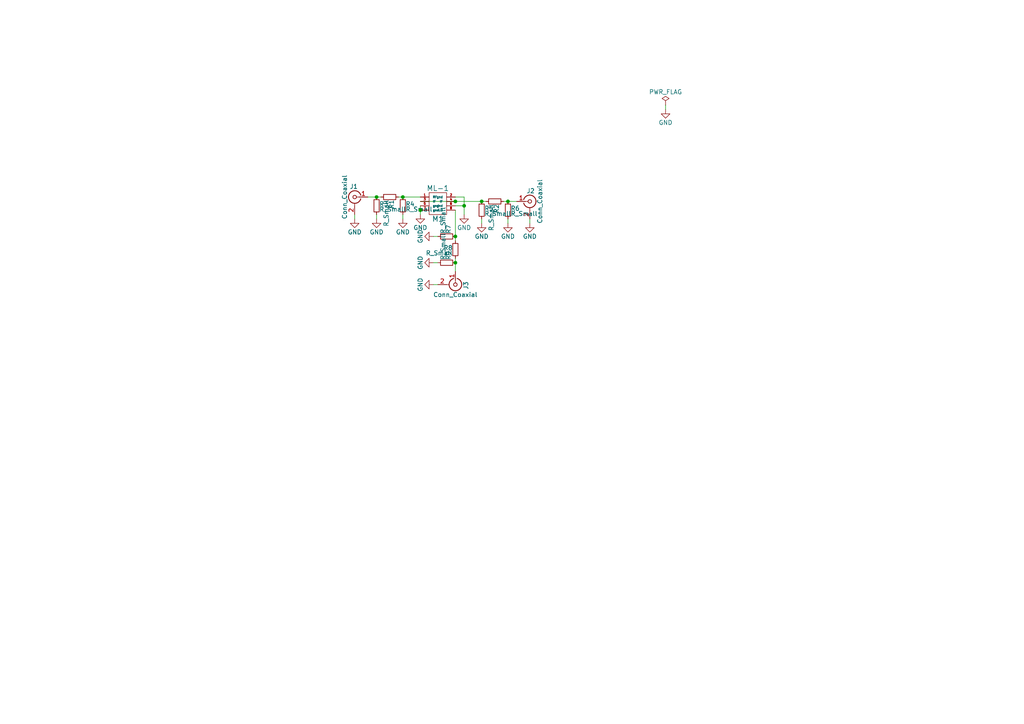
<source format=kicad_sch>
(kicad_sch (version 20230121) (generator eeschema)
  (paper "A4")
  (lib_symbols
    (symbol "Mixer-rescue:Conn_Coaxial" (pin_names (offset 1.016) hide)
      (property "Reference" "J" (at 0.254 3.048 0))
      (property "Value" "Conn_Coaxial" (at 2.921 0 90))
      (symbol "Conn_Coaxial_0_1"
        (arc (start -1.778 -0.508) (mid 0.2311 -1.8066) (end 1.778 0) (stroke (width 0.254)))
        (polyline (pts (xy -1.27 0) (xy -0.508 0)))
        (polyline (pts (xy 0 -2.54) (xy 0 -1.778)))
        (circle (center 0 0) (radius 0.508) (stroke (width 0.2032)))
        (arc (start 1.778 0) (mid 0.2099 1.8101) (end -1.778 0.508) (stroke (width 0.254)))
      )
      (symbol "Conn_Coaxial_1_1"
        (pin passive line (at -3.81 0 0) (length 2.54) (name "In") (number "1"))
        (pin passive line (at 0 -5.08 90) (length 2.54) (name "Ext") (number "2"))
      )
    )
    (symbol "Mixer-rescue:GND" (power) (pin_numbers hide) (pin_names (offset 0) hide)
      (property "Value" "GND" (at 0 -3.81 0))
      (symbol "GND_0_1"
        (polyline (pts (xy 0 0) (xy 0 -1.27) (xy 1.27 -1.27) (xy 0 -2.54) (xy -1.27 -1.27) (xy 0 -1.27)))
      )
      (symbol "GND_1_1"
        (pin power_in line (at 0 0 270) (length 0) hide (name "GND") (number "1"))
      )
    )
    (symbol "Mixer-rescue:ML-1" (pin_names (offset 1.016))
      (property "Reference" "M" (at 0 -3.81 0))
      (property "Value" "ML-1" (at 0 5.08 0))
      (symbol "ML-1_0_1"
        (rectangle (start -2.54 3.81) (end 2.54 -2.54))
      )
      (symbol "ML-1_1_1"
        (pin input line (at -5.08 2.54 0) (length 2.54) (name "RF") (number "1"))
        (pin input line (at 5.08 2.54 180) (length 2.54) (name "gnd") (number "2"))
        (pin input line (at -5.08 1.27 0) (length 2.54) (name "IF") (number "3"))
        (pin input line (at 5.08 1.27 180) (length 2.54) (name "IF") (number "4"))
        (pin input line (at -5.08 0 0) (length 2.54) (name "gnd") (number "5"))
        (pin input line (at 5.08 0 180) (length 2.54) (name "gnd") (number "6"))
        (pin input line (at -5.08 -1.27 0) (length 2.54) (name "gnd") (number "7"))
        (pin input line (at 5.08 -1.27 180) (length 2.54) (name "LO") (number "8"))
      )
    )
    (symbol "Mixer-rescue:PWR_FLAG" (power) (pin_numbers hide) (pin_names (offset 0) hide)
      (property "Value" "PWR_FLAG" (at 0 3.81 0))
      (symbol "PWR_FLAG_0_0"
        (pin power_out line (at 0 0 90) (length 0) (name "pwr") (number "1"))
      )
      (symbol "PWR_FLAG_0_1"
        (polyline (pts (xy 0 0) (xy 0 1.27) (xy -1.016 1.905) (xy 0 2.54) (xy 1.016 1.905) (xy 0 1.27)))
      )
    )
    (symbol "Mixer-rescue:R_Small" (pin_numbers hide) (pin_names (offset 0.254) hide)
      (property "Reference" "R" (at 0.762 0.508 0))
      (property "Value" "R_Small" (at 0.762 -1.016 0))
      (symbol "R_Small_0_1"
        (rectangle (start -0.762 1.778) (end 0.762 -1.778) (stroke (width 0.2032)))
      )
      (symbol "R_Small_1_1"
        (pin passive line (at 0 2.54 270) (length 0.762) (name "~") (number "1"))
        (pin passive line (at 0 -2.54 90) (length 0.762) (name "~") (number "2"))
      )
    )
  )
  (junction (at 147.32 58.42))
  (junction (at 132.08 76.2))
  (junction (at 134.62 59.69))
  (junction (at 121.92 60.96))
  (junction (at 139.7 58.42))
  (junction (at 109.22 57.15))
  (junction (at 132.08 68.58))
  (junction (at 116.84 57.15))
  (junction (at 132.08 58.42))
  (wire (pts (xy 153.67 63.5) (xy 153.67 64.77)))
  (wire (pts (xy 132.08 57.15) (xy 134.62 57.15)))
  (wire (pts (xy 121.92 60.96) (xy 121.92 62.23)))
  (wire (pts (xy 139.7 63.5) (xy 139.7 64.77)))
  (wire (pts (xy 132.08 76.2) (xy 132.08 74.93)))
  (wire (pts (xy 115.57 57.15) (xy 116.84 57.15)))
  (wire (pts (xy 109.22 57.15) (xy 110.49 57.15)))
  (wire (pts (xy 132.08 60.96) (xy 132.08 68.58)))
  (wire (pts (xy 132.08 59.69) (xy 134.62 59.69)))
  (wire (pts (xy 132.08 58.42) (xy 139.7 58.42)))
  (wire (pts (xy 127 76.2) (xy 125.73 76.2)))
  (wire (pts (xy 116.84 62.23) (xy 116.84 63.5)))
  (wire (pts (xy 134.62 59.69) (xy 134.62 62.23)))
  (wire (pts (xy 132.08 68.58) (xy 132.08 69.85)))
  (wire (pts (xy 127 68.58) (xy 125.73 68.58)))
  (wire (pts (xy 139.7 58.42) (xy 140.97 58.42)))
  (wire (pts (xy 146.05 58.42) (xy 147.32 58.42)))
  (wire (pts (xy 132.08 78.74) (xy 132.08 76.2)))
  (wire (pts (xy 147.32 63.5) (xy 147.32 64.77)))
  (wire (pts (xy 121.92 59.69) (xy 121.92 60.96)))
  (wire (pts (xy 106.68 57.15) (xy 109.22 57.15)))
  (wire (pts (xy 121.92 58.42) (xy 132.08 58.42)))
  (wire (pts (xy 125.73 82.55) (xy 127 82.55)))
  (wire (pts (xy 116.84 57.15) (xy 121.92 57.15)))
  (wire (pts (xy 109.22 62.23) (xy 109.22 63.5)))
  (wire (pts (xy 147.32 58.42) (xy 149.86 58.42)))
  (wire (pts (xy 134.62 57.15) (xy 134.62 59.69)))
  (wire (pts (xy 193.04 30.48) (xy 193.04 31.75)))
  (wire (pts (xy 102.87 62.23) (xy 102.87 63.5)))
  (symbol (lib_id "Mixer-rescue:ML-1") (at 127 59.69 0) (unit 1)
    (property "Reference" "M1" (at 127 63.5 0) (effects (font (size 1.524 1.524))))
    (property "Value" "ML-1" (at 127 54.61 0) (effects (font (size 1.524 1.524))))
    (property "Footprint" "Mixer:ML-1" (effects hide))
  )
  (symbol (lib_id "Mixer-rescue:Conn_Coaxial") (at 102.87 57.15 0) (mirror y) (unit 1)
    (property "Reference" "J1" (at 102.616 54.102 0))
    (property "Value" "Conn_Coaxial" (at 99.949 57.15 90))
    (property "Footprint" "SMA_PINS:SMA_EDGE_NRW" (effects hide))
  )
  (symbol (lib_id "Mixer-rescue:Conn_Coaxial") (at 153.67 58.42 0) (unit 1)
    (property "Reference" "J2" (at 153.924 55.372 0))
    (property "Value" "Conn_Coaxial" (at 156.591 58.42 90))
    (property "Footprint" "SMA_PINS:SMA_EDGE_NRW" (effects hide))
  )
  (symbol (lib_id "Mixer-rescue:Conn_Coaxial") (at 132.08 82.55 270) (unit 1)
    (property "Reference" "J3" (at 135.128 82.804 0))
    (property "Value" "Conn_Coaxial" (at 132.08 85.471 90))
    (property "Footprint" "SMA_PINS:SMA_EDGE_NRW" (effects hide))
  )
  (symbol (lib_id "Mixer-rescue:GND") (at 193.04 31.75 0) (unit 1)
    (property "Reference" "#PWR01" (effects hide))
    (property "Value" "GND" (at 193.04 35.56 0))
  )
  (symbol (lib_id "Mixer-rescue:PWR_FLAG") (at 193.04 30.48 0) (unit 1)
    (property "Reference" "#FLG02" (effects hide))
    (property "Value" "PWR_FLAG" (at 193.04 26.67 0))
  )
  (symbol (lib_id "Mixer-rescue:GND") (at 153.67 64.77 0) (unit 1)
    (property "Reference" "#PWR03" (effects hide))
    (property "Value" "GND" (at 153.67 68.58 0))
  )
  (symbol (lib_id "Mixer-rescue:GND") (at 125.73 82.55 270) (unit 1)
    (property "Reference" "#PWR04" (effects hide))
    (property "Value" "GND" (at 121.92 82.55 0))
  )
  (symbol (lib_id "Mixer-rescue:GND") (at 102.87 63.5 0) (unit 1)
    (property "Reference" "#PWR05" (effects hide))
    (property "Value" "GND" (at 102.87 67.31 0))
  )
  (symbol (lib_id "Mixer-rescue:GND") (at 121.92 62.23 0) (unit 1)
    (property "Reference" "#PWR06" (effects hide))
    (property "Value" "GND" (at 121.92 66.04 0))
  )
  (symbol (lib_id "Mixer-rescue:GND") (at 134.62 62.23 0) (unit 1)
    (property "Reference" "#PWR07" (effects hide))
    (property "Value" "GND" (at 134.62 66.04 0))
  )
  (symbol (lib_id "Mixer-rescue:R_Small") (at 129.54 76.2 270) (mirror x) (unit 1)
    (property "Reference" "R9" (at 130.048 75.438 0) (effects (justify left)))
    (property "Value" "R_Small" (at 128.524 75.438 0) (effects (justify left)))
    (property "Footprint" "Resistor_SMD:R_0805_2012Metric_Pad1.15x1.50mm_HandSolder" (effects hide))
  )
  (symbol (lib_id "Mixer-rescue:R_Small") (at 129.54 68.58 270) (mirror x) (unit 1)
    (property "Reference" "R7" (at 130.048 67.818 0) (effects (justify left)))
    (property "Value" "R_Small" (at 128.524 67.818 0) (effects (justify left)))
    (property "Footprint" "Resistor_SMD:R_0805_2012Metric_Pad1.15x1.50mm_HandSolder" (effects hide))
  )
  (symbol (lib_id "Mixer-rescue:R_Small") (at 132.08 72.39 0) (mirror y) (unit 1)
    (property "Reference" "R8" (at 131.318 71.882 0) (effects (justify left)))
    (property "Value" "R_Small" (at 131.318 73.406 0) (effects (justify left)))
    (property "Footprint" "Resistor_SMD:R_0805_2012Metric_Pad1.15x1.50mm_HandSolder" (effects hide))
  )
  (symbol (lib_id "Mixer-rescue:GND") (at 125.73 76.2 270) (mirror x) (unit 1)
    (property "Reference" "#PWR08" (effects hide))
    (property "Value" "GND" (at 121.92 76.2 0))
  )
  (symbol (lib_id "Mixer-rescue:GND") (at 125.73 68.58 270) (mirror x) (unit 1)
    (property "Reference" "#PWR09" (effects hide))
    (property "Value" "GND" (at 121.92 68.58 0))
  )
  (symbol (lib_id "Mixer-rescue:R_Small") (at 139.7 60.96 0) (unit 1)
    (property "Reference" "R5" (at 140.462 60.452 0) (effects (justify left)))
    (property "Value" "R_Small" (at 140.462 61.976 0) (effects (justify left)))
    (property "Footprint" "Resistor_SMD:R_0805_2012Metric_Pad1.15x1.50mm_HandSolder" (effects hide))
  )
  (symbol (lib_id "Mixer-rescue:R_Small") (at 147.32 60.96 0) (unit 1)
    (property "Reference" "R6" (at 148.082 60.452 0) (effects (justify left)))
    (property "Value" "R_Small" (at 148.082 61.976 0) (effects (justify left)))
    (property "Footprint" "Resistor_SMD:R_0805_2012Metric_Pad1.15x1.50mm_HandSolder" (effects hide))
  )
  (symbol (lib_id "Mixer-rescue:R_Small") (at 143.51 58.42 270) (unit 1)
    (property "Reference" "R2" (at 144.018 59.182 0) (effects (justify left)))
    (property "Value" "R_Small" (at 142.494 59.182 0) (effects (justify left)))
    (property "Footprint" "Resistor_SMD:R_0805_2012Metric_Pad1.15x1.50mm_HandSolder" (effects hide))
  )
  (symbol (lib_id "Mixer-rescue:GND") (at 139.7 64.77 0) (unit 1)
    (property "Reference" "#PWR010" (effects hide))
    (property "Value" "GND" (at 139.7 68.58 0))
  )
  (symbol (lib_id "Mixer-rescue:GND") (at 147.32 64.77 0) (unit 1)
    (property "Reference" "#PWR011" (effects hide))
    (property "Value" "GND" (at 147.32 68.58 0))
  )
  (symbol (lib_id "Mixer-rescue:R_Small") (at 109.22 59.69 0) (unit 1)
    (property "Reference" "R3" (at 109.982 59.182 0) (effects (justify left)))
    (property "Value" "R_Small" (at 109.982 60.706 0) (effects (justify left)))
    (property "Footprint" "Resistor_SMD:R_0805_2012Metric_Pad1.15x1.50mm_HandSolder" (effects hide))
  )
  (symbol (lib_id "Mixer-rescue:R_Small") (at 116.84 59.69 0) (unit 1)
    (property "Reference" "R4" (at 117.602 59.182 0) (effects (justify left)))
    (property "Value" "R_Small" (at 117.602 60.706 0) (effects (justify left)))
    (property "Footprint" "Resistor_SMD:R_0805_2012Metric_Pad1.15x1.50mm_HandSolder" (effects hide))
  )
  (symbol (lib_id "Mixer-rescue:R_Small") (at 113.03 57.15 270) (unit 1)
    (property "Reference" "R1" (at 113.538 57.912 0) (effects (justify left)))
    (property "Value" "R_Small" (at 112.014 57.912 0) (effects (justify left)))
    (property "Footprint" "Resistor_SMD:R_0805_2012Metric_Pad1.15x1.50mm_HandSolder" (effects hide))
  )
  (symbol (lib_id "Mixer-rescue:GND") (at 109.22 63.5 0) (unit 1)
    (property "Reference" "#PWR012" (effects hide))
    (property "Value" "GND" (at 109.22 67.31 0))
  )
  (symbol (lib_id "Mixer-rescue:GND") (at 116.84 63.5 0) (unit 1)
    (property "Reference" "#PWR013" (effects hide))
    (property "Value" "GND" (at 116.84 67.31 0))
  )
)
</source>
